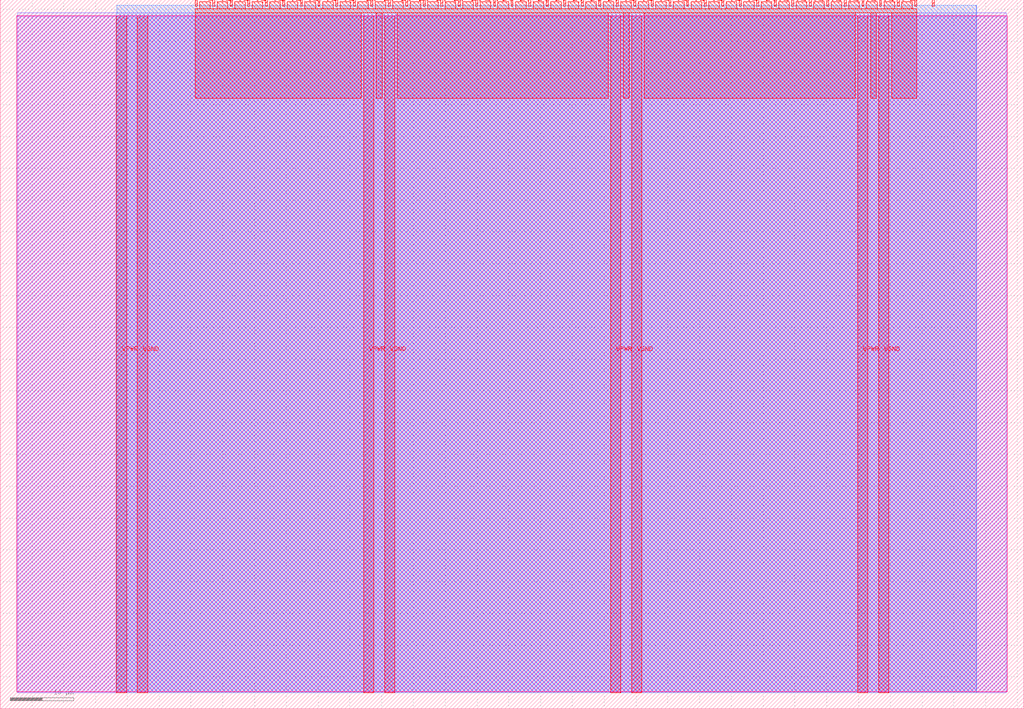
<source format=lef>
VERSION 5.7 ;
  NOWIREEXTENSIONATPIN ON ;
  DIVIDERCHAR "/" ;
  BUSBITCHARS "[]" ;
MACRO tt_um_rebeccargb_arrow_board
  CLASS BLOCK ;
  FOREIGN tt_um_rebeccargb_arrow_board ;
  ORIGIN 0.000 0.000 ;
  SIZE 161.000 BY 111.520 ;
  PIN VGND
    DIRECTION INOUT ;
    USE GROUND ;
    PORT
      LAYER met4 ;
        RECT 21.580 2.480 23.180 109.040 ;
    END
    PORT
      LAYER met4 ;
        RECT 60.450 2.480 62.050 109.040 ;
    END
    PORT
      LAYER met4 ;
        RECT 99.320 2.480 100.920 109.040 ;
    END
    PORT
      LAYER met4 ;
        RECT 138.190 2.480 139.790 109.040 ;
    END
  END VGND
  PIN VPWR
    DIRECTION INOUT ;
    USE POWER ;
    PORT
      LAYER met4 ;
        RECT 18.280 2.480 19.880 109.040 ;
    END
    PORT
      LAYER met4 ;
        RECT 57.150 2.480 58.750 109.040 ;
    END
    PORT
      LAYER met4 ;
        RECT 96.020 2.480 97.620 109.040 ;
    END
    PORT
      LAYER met4 ;
        RECT 134.890 2.480 136.490 109.040 ;
    END
  END VPWR
  PIN clk
    DIRECTION INPUT ;
    USE SIGNAL ;
    ANTENNAGATEAREA 0.852000 ;
    PORT
      LAYER met4 ;
        RECT 143.830 110.520 144.130 111.520 ;
    END
  END clk
  PIN ena
    DIRECTION INPUT ;
    USE SIGNAL ;
    PORT
      LAYER met4 ;
        RECT 146.590 110.520 146.890 111.520 ;
    END
  END ena
  PIN rst_n
    DIRECTION INPUT ;
    USE SIGNAL ;
    ANTENNAGATEAREA 0.196500 ;
    PORT
      LAYER met4 ;
        RECT 141.070 110.520 141.370 111.520 ;
    END
  END rst_n
  PIN ui_in[0]
    DIRECTION INPUT ;
    USE SIGNAL ;
    ANTENNAGATEAREA 0.196500 ;
    PORT
      LAYER met4 ;
        RECT 138.310 110.520 138.610 111.520 ;
    END
  END ui_in[0]
  PIN ui_in[1]
    DIRECTION INPUT ;
    USE SIGNAL ;
    ANTENNAGATEAREA 0.213000 ;
    PORT
      LAYER met4 ;
        RECT 135.550 110.520 135.850 111.520 ;
    END
  END ui_in[1]
  PIN ui_in[2]
    DIRECTION INPUT ;
    USE SIGNAL ;
    ANTENNAGATEAREA 0.126000 ;
    PORT
      LAYER met4 ;
        RECT 132.790 110.520 133.090 111.520 ;
    END
  END ui_in[2]
  PIN ui_in[3]
    DIRECTION INPUT ;
    USE SIGNAL ;
    ANTENNAGATEAREA 0.196500 ;
    PORT
      LAYER met4 ;
        RECT 130.030 110.520 130.330 111.520 ;
    END
  END ui_in[3]
  PIN ui_in[4]
    DIRECTION INPUT ;
    USE SIGNAL ;
    ANTENNAGATEAREA 0.196500 ;
    PORT
      LAYER met4 ;
        RECT 127.270 110.520 127.570 111.520 ;
    END
  END ui_in[4]
  PIN ui_in[5]
    DIRECTION INPUT ;
    USE SIGNAL ;
    ANTENNAGATEAREA 0.126000 ;
    PORT
      LAYER met4 ;
        RECT 124.510 110.520 124.810 111.520 ;
    END
  END ui_in[5]
  PIN ui_in[6]
    DIRECTION INPUT ;
    USE SIGNAL ;
    ANTENNAGATEAREA 0.159000 ;
    PORT
      LAYER met4 ;
        RECT 121.750 110.520 122.050 111.520 ;
    END
  END ui_in[6]
  PIN ui_in[7]
    DIRECTION INPUT ;
    USE SIGNAL ;
    ANTENNAGATEAREA 0.247500 ;
    PORT
      LAYER met4 ;
        RECT 118.990 110.520 119.290 111.520 ;
    END
  END ui_in[7]
  PIN uio_in[0]
    DIRECTION INPUT ;
    USE SIGNAL ;
    PORT
      LAYER met4 ;
        RECT 116.230 110.520 116.530 111.520 ;
    END
  END uio_in[0]
  PIN uio_in[1]
    DIRECTION INPUT ;
    USE SIGNAL ;
    PORT
      LAYER met4 ;
        RECT 113.470 110.520 113.770 111.520 ;
    END
  END uio_in[1]
  PIN uio_in[2]
    DIRECTION INPUT ;
    USE SIGNAL ;
    PORT
      LAYER met4 ;
        RECT 110.710 110.520 111.010 111.520 ;
    END
  END uio_in[2]
  PIN uio_in[3]
    DIRECTION INPUT ;
    USE SIGNAL ;
    PORT
      LAYER met4 ;
        RECT 107.950 110.520 108.250 111.520 ;
    END
  END uio_in[3]
  PIN uio_in[4]
    DIRECTION INPUT ;
    USE SIGNAL ;
    PORT
      LAYER met4 ;
        RECT 105.190 110.520 105.490 111.520 ;
    END
  END uio_in[4]
  PIN uio_in[5]
    DIRECTION INPUT ;
    USE SIGNAL ;
    PORT
      LAYER met4 ;
        RECT 102.430 110.520 102.730 111.520 ;
    END
  END uio_in[5]
  PIN uio_in[6]
    DIRECTION INPUT ;
    USE SIGNAL ;
    PORT
      LAYER met4 ;
        RECT 99.670 110.520 99.970 111.520 ;
    END
  END uio_in[6]
  PIN uio_in[7]
    DIRECTION INPUT ;
    USE SIGNAL ;
    PORT
      LAYER met4 ;
        RECT 96.910 110.520 97.210 111.520 ;
    END
  END uio_in[7]
  PIN uio_oe[0]
    DIRECTION OUTPUT ;
    USE SIGNAL ;
    PORT
      LAYER met4 ;
        RECT 49.990 110.520 50.290 111.520 ;
    END
  END uio_oe[0]
  PIN uio_oe[1]
    DIRECTION OUTPUT ;
    USE SIGNAL ;
    PORT
      LAYER met4 ;
        RECT 47.230 110.520 47.530 111.520 ;
    END
  END uio_oe[1]
  PIN uio_oe[2]
    DIRECTION OUTPUT ;
    USE SIGNAL ;
    PORT
      LAYER met4 ;
        RECT 44.470 110.520 44.770 111.520 ;
    END
  END uio_oe[2]
  PIN uio_oe[3]
    DIRECTION OUTPUT ;
    USE SIGNAL ;
    PORT
      LAYER met4 ;
        RECT 41.710 110.520 42.010 111.520 ;
    END
  END uio_oe[3]
  PIN uio_oe[4]
    DIRECTION OUTPUT ;
    USE SIGNAL ;
    PORT
      LAYER met4 ;
        RECT 38.950 110.520 39.250 111.520 ;
    END
  END uio_oe[4]
  PIN uio_oe[5]
    DIRECTION OUTPUT ;
    USE SIGNAL ;
    PORT
      LAYER met4 ;
        RECT 36.190 110.520 36.490 111.520 ;
    END
  END uio_oe[5]
  PIN uio_oe[6]
    DIRECTION OUTPUT ;
    USE SIGNAL ;
    PORT
      LAYER met4 ;
        RECT 33.430 110.520 33.730 111.520 ;
    END
  END uio_oe[6]
  PIN uio_oe[7]
    DIRECTION OUTPUT ;
    USE SIGNAL ;
    PORT
      LAYER met4 ;
        RECT 30.670 110.520 30.970 111.520 ;
    END
  END uio_oe[7]
  PIN uio_out[0]
    DIRECTION OUTPUT ;
    USE SIGNAL ;
    ANTENNADIFFAREA 1.524450 ;
    PORT
      LAYER met4 ;
        RECT 72.070 110.520 72.370 111.520 ;
    END
  END uio_out[0]
  PIN uio_out[1]
    DIRECTION OUTPUT ;
    USE SIGNAL ;
    ANTENNADIFFAREA 0.643500 ;
    PORT
      LAYER met4 ;
        RECT 69.310 110.520 69.610 111.520 ;
    END
  END uio_out[1]
  PIN uio_out[2]
    DIRECTION OUTPUT ;
    USE SIGNAL ;
    ANTENNADIFFAREA 1.524450 ;
    PORT
      LAYER met4 ;
        RECT 66.550 110.520 66.850 111.520 ;
    END
  END uio_out[2]
  PIN uio_out[3]
    DIRECTION OUTPUT ;
    USE SIGNAL ;
    ANTENNADIFFAREA 1.524450 ;
    PORT
      LAYER met4 ;
        RECT 63.790 110.520 64.090 111.520 ;
    END
  END uio_out[3]
  PIN uio_out[4]
    DIRECTION OUTPUT ;
    USE SIGNAL ;
    ANTENNADIFFAREA 1.524450 ;
    PORT
      LAYER met4 ;
        RECT 61.030 110.520 61.330 111.520 ;
    END
  END uio_out[4]
  PIN uio_out[5]
    DIRECTION OUTPUT ;
    USE SIGNAL ;
    ANTENNADIFFAREA 1.524450 ;
    PORT
      LAYER met4 ;
        RECT 58.270 110.520 58.570 111.520 ;
    END
  END uio_out[5]
  PIN uio_out[6]
    DIRECTION OUTPUT ;
    USE SIGNAL ;
    ANTENNADIFFAREA 0.891000 ;
    PORT
      LAYER met4 ;
        RECT 55.510 110.520 55.810 111.520 ;
    END
  END uio_out[6]
  PIN uio_out[7]
    DIRECTION OUTPUT ;
    USE SIGNAL ;
    ANTENNADIFFAREA 1.524450 ;
    PORT
      LAYER met4 ;
        RECT 52.750 110.520 53.050 111.520 ;
    END
  END uio_out[7]
  PIN uo_out[0]
    DIRECTION OUTPUT ;
    USE SIGNAL ;
    ANTENNADIFFAREA 1.524450 ;
    PORT
      LAYER met4 ;
        RECT 94.150 110.520 94.450 111.520 ;
    END
  END uo_out[0]
  PIN uo_out[1]
    DIRECTION OUTPUT ;
    USE SIGNAL ;
    ANTENNADIFFAREA 1.524450 ;
    PORT
      LAYER met4 ;
        RECT 91.390 110.520 91.690 111.520 ;
    END
  END uo_out[1]
  PIN uo_out[2]
    DIRECTION OUTPUT ;
    USE SIGNAL ;
    ANTENNADIFFAREA 1.524450 ;
    PORT
      LAYER met4 ;
        RECT 88.630 110.520 88.930 111.520 ;
    END
  END uo_out[2]
  PIN uo_out[3]
    DIRECTION OUTPUT ;
    USE SIGNAL ;
    ANTENNADIFFAREA 1.721000 ;
    PORT
      LAYER met4 ;
        RECT 85.870 110.520 86.170 111.520 ;
    END
  END uo_out[3]
  PIN uo_out[4]
    DIRECTION OUTPUT ;
    USE SIGNAL ;
    ANTENNADIFFAREA 1.524450 ;
    PORT
      LAYER met4 ;
        RECT 83.110 110.520 83.410 111.520 ;
    END
  END uo_out[4]
  PIN uo_out[5]
    DIRECTION OUTPUT ;
    USE SIGNAL ;
    ANTENNADIFFAREA 1.721000 ;
    PORT
      LAYER met4 ;
        RECT 80.350 110.520 80.650 111.520 ;
    END
  END uo_out[5]
  PIN uo_out[6]
    DIRECTION OUTPUT ;
    USE SIGNAL ;
    ANTENNADIFFAREA 1.524450 ;
    PORT
      LAYER met4 ;
        RECT 77.590 110.520 77.890 111.520 ;
    END
  END uo_out[6]
  PIN uo_out[7]
    DIRECTION OUTPUT ;
    USE SIGNAL ;
    ANTENNADIFFAREA 1.524450 ;
    PORT
      LAYER met4 ;
        RECT 74.830 110.520 75.130 111.520 ;
    END
  END uo_out[7]
  OBS
      LAYER nwell ;
        RECT 2.570 2.635 158.430 108.990 ;
      LAYER li1 ;
        RECT 2.760 2.635 158.240 108.885 ;
      LAYER met1 ;
        RECT 2.760 2.480 158.240 109.440 ;
      LAYER met2 ;
        RECT 18.310 2.535 153.550 110.685 ;
      LAYER met3 ;
        RECT 18.290 2.555 153.575 110.665 ;
      LAYER met4 ;
        RECT 31.370 110.120 33.030 111.170 ;
        RECT 34.130 110.120 35.790 111.170 ;
        RECT 36.890 110.120 38.550 111.170 ;
        RECT 39.650 110.120 41.310 111.170 ;
        RECT 42.410 110.120 44.070 111.170 ;
        RECT 45.170 110.120 46.830 111.170 ;
        RECT 47.930 110.120 49.590 111.170 ;
        RECT 50.690 110.120 52.350 111.170 ;
        RECT 53.450 110.120 55.110 111.170 ;
        RECT 56.210 110.120 57.870 111.170 ;
        RECT 58.970 110.120 60.630 111.170 ;
        RECT 61.730 110.120 63.390 111.170 ;
        RECT 64.490 110.120 66.150 111.170 ;
        RECT 67.250 110.120 68.910 111.170 ;
        RECT 70.010 110.120 71.670 111.170 ;
        RECT 72.770 110.120 74.430 111.170 ;
        RECT 75.530 110.120 77.190 111.170 ;
        RECT 78.290 110.120 79.950 111.170 ;
        RECT 81.050 110.120 82.710 111.170 ;
        RECT 83.810 110.120 85.470 111.170 ;
        RECT 86.570 110.120 88.230 111.170 ;
        RECT 89.330 110.120 90.990 111.170 ;
        RECT 92.090 110.120 93.750 111.170 ;
        RECT 94.850 110.120 96.510 111.170 ;
        RECT 97.610 110.120 99.270 111.170 ;
        RECT 100.370 110.120 102.030 111.170 ;
        RECT 103.130 110.120 104.790 111.170 ;
        RECT 105.890 110.120 107.550 111.170 ;
        RECT 108.650 110.120 110.310 111.170 ;
        RECT 111.410 110.120 113.070 111.170 ;
        RECT 114.170 110.120 115.830 111.170 ;
        RECT 116.930 110.120 118.590 111.170 ;
        RECT 119.690 110.120 121.350 111.170 ;
        RECT 122.450 110.120 124.110 111.170 ;
        RECT 125.210 110.120 126.870 111.170 ;
        RECT 127.970 110.120 129.630 111.170 ;
        RECT 130.730 110.120 132.390 111.170 ;
        RECT 133.490 110.120 135.150 111.170 ;
        RECT 136.250 110.120 137.910 111.170 ;
        RECT 139.010 110.120 140.670 111.170 ;
        RECT 141.770 110.120 143.430 111.170 ;
        RECT 30.655 109.440 144.145 110.120 ;
        RECT 30.655 96.055 56.750 109.440 ;
        RECT 59.150 96.055 60.050 109.440 ;
        RECT 62.450 96.055 95.620 109.440 ;
        RECT 98.020 96.055 98.920 109.440 ;
        RECT 101.320 96.055 134.490 109.440 ;
        RECT 136.890 96.055 137.790 109.440 ;
        RECT 140.190 96.055 144.145 109.440 ;
  END
END tt_um_rebeccargb_arrow_board
END LIBRARY


</source>
